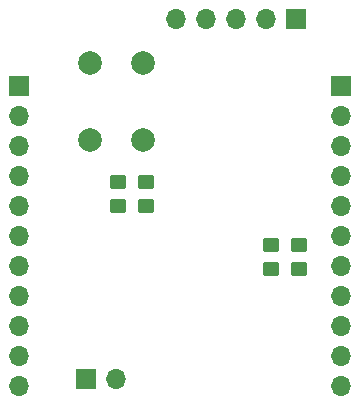
<source format=gbr>
%TF.GenerationSoftware,KiCad,Pcbnew,(6.0.0)*%
%TF.CreationDate,2022-04-08T13:22:10+02:00*%
%TF.ProjectId,STM32G030F6P6,53544d33-3247-4303-9330-463650362e6b,rev?*%
%TF.SameCoordinates,Original*%
%TF.FileFunction,Soldermask,Bot*%
%TF.FilePolarity,Negative*%
%FSLAX46Y46*%
G04 Gerber Fmt 4.6, Leading zero omitted, Abs format (unit mm)*
G04 Created by KiCad (PCBNEW (6.0.0)) date 2022-04-08 13:22:10*
%MOMM*%
%LPD*%
G01*
G04 APERTURE LIST*
G04 Aperture macros list*
%AMRoundRect*
0 Rectangle with rounded corners*
0 $1 Rounding radius*
0 $2 $3 $4 $5 $6 $7 $8 $9 X,Y pos of 4 corners*
0 Add a 4 corners polygon primitive as box body*
4,1,4,$2,$3,$4,$5,$6,$7,$8,$9,$2,$3,0*
0 Add four circle primitives for the rounded corners*
1,1,$1+$1,$2,$3*
1,1,$1+$1,$4,$5*
1,1,$1+$1,$6,$7*
1,1,$1+$1,$8,$9*
0 Add four rect primitives between the rounded corners*
20,1,$1+$1,$2,$3,$4,$5,0*
20,1,$1+$1,$4,$5,$6,$7,0*
20,1,$1+$1,$6,$7,$8,$9,0*
20,1,$1+$1,$8,$9,$2,$3,0*%
G04 Aperture macros list end*
%ADD10R,1.700000X1.700000*%
%ADD11O,1.700000X1.700000*%
%ADD12C,2.000000*%
%ADD13RoundRect,0.250000X-0.450000X0.350000X-0.450000X-0.350000X0.450000X-0.350000X0.450000X0.350000X0*%
G04 APERTURE END LIST*
D10*
%TO.C,JP1*%
X119380000Y-118110000D03*
D11*
X121920000Y-118110000D03*
%TD*%
D12*
%TO.C,SW1*%
X119670000Y-97865000D03*
X119670000Y-91365000D03*
X124170000Y-97865000D03*
X124170000Y-91365000D03*
%TD*%
D11*
%TO.C,J1*%
X127025000Y-87655000D03*
X129565000Y-87655000D03*
X132105000Y-87655000D03*
X134645000Y-87655000D03*
D10*
X137185000Y-87655000D03*
%TD*%
D13*
%TO.C,R3*%
X135001000Y-106807000D03*
X135001000Y-108807000D03*
%TD*%
%TO.C,R6*%
X124460000Y-101473000D03*
X124460000Y-103473000D03*
%TD*%
%TO.C,R4*%
X137414000Y-106807000D03*
X137414000Y-108807000D03*
%TD*%
D10*
%TO.C,J2*%
X113665000Y-93345000D03*
D11*
X113665000Y-95885000D03*
X113665000Y-98425000D03*
X113665000Y-100965000D03*
X113665000Y-103505000D03*
X113665000Y-106045000D03*
X113665000Y-108585000D03*
X113665000Y-111125000D03*
X113665000Y-113665000D03*
X113665000Y-116205000D03*
X113665000Y-118745000D03*
%TD*%
D13*
%TO.C,R5*%
X122047000Y-101473000D03*
X122047000Y-103473000D03*
%TD*%
D10*
%TO.C,J3*%
X140970000Y-93345000D03*
D11*
X140970000Y-95885000D03*
X140970000Y-98425000D03*
X140970000Y-100965000D03*
X140970000Y-103505000D03*
X140970000Y-106045000D03*
X140970000Y-108585000D03*
X140970000Y-111125000D03*
X140970000Y-113665000D03*
X140970000Y-116205000D03*
X140970000Y-118745000D03*
%TD*%
M02*

</source>
